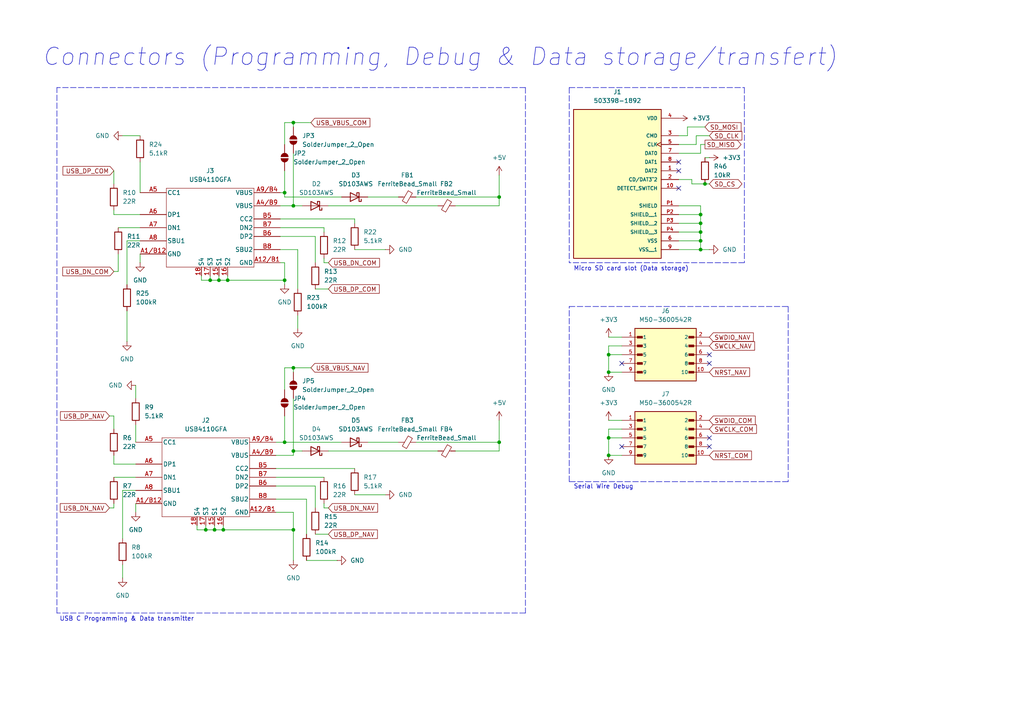
<source format=kicad_sch>
(kicad_sch (version 20231120) (generator "eeschema") (generator_version "8.0")
  (paper "A4")
  (title_block (title "Carte_Embarquée_CRAN_SEGULA") (date "28/03/2025") (rev "11/04/2025"))
  (lib_symbols
    (symbol "M50-3600542R:M50-3600542R" (pin_names (offset 1.016))
      (property "Reference" "J" (at -9.39 7.62 0))
      (property "Value" "M50-3600542R" (at -8.89 -10.16 0))
      (symbol "M50-3600542R_0_0"
        (rectangle (start -8.89 -7.62) (end 8.89 7.62) (stroke (width 0.254)) (fill (type background)))
        (rectangle (start -8.255 -5.3975) (end -6.6675 -4.7625) (stroke (width 0.1)) (fill (type outline)))
        (rectangle (start -8.255 -2.8575) (end -6.6675 -2.2225) (stroke (width 0.1)) (fill (type outline)))
        (rectangle (start -8.255 -0.3175) (end -6.6675 0.3175) (stroke (width 0.1)) (fill (type outline)))
        (rectangle (start -8.255 2.2225) (end -6.6675 2.8575) (stroke (width 0.1)) (fill (type outline)))
        (rectangle (start -8.255 4.7625) (end -6.6675 5.3975) (stroke (width 0.1)) (fill (type outline)))
        (rectangle (start 8.255 -5.3975) (end 6.6675 -4.7625) (stroke (width 0.1)) (fill (type outline)))
        (rectangle (start 8.255 -2.8575) (end 6.6675 -2.2225) (stroke (width 0.1)) (fill (type outline)))
        (rectangle (start 8.255 -0.3175) (end 6.6675 0.3175) (stroke (width 0.1)) (fill (type outline)))
        (rectangle (start 8.255 2.2225) (end 6.6675 2.8575) (stroke (width 0.1)) (fill (type outline)))
        (rectangle (start 8.255 4.7625) (end 6.6675 5.3975) (stroke (width 0.1)) (fill (type outline)))
        (pin passive line (at -12.7 5.08 0) (length 5.08) (name "1") (number "1"))
        (pin passive line (at 12.7 -5.08 180) (length 5.08) (name "10") (number "10"))
        (pin passive line (at 12.7 5.08 180) (length 5.08) (name "2") (number "2"))
        (pin passive line (at -12.7 2.54 0) (length 5.08) (name "3") (number "3"))
        (pin passive line (at 12.7 2.54 180) (length 5.08) (name "4") (number "4"))
        (pin passive line (at -12.7 0 0) (length 5.08) (name "5") (number "5"))
        (pin passive line (at 12.7 0 180) (length 5.08) (name "6") (number "6"))
        (pin passive line (at -12.7 -2.54 0) (length 5.08) (name "7") (number "7"))
        (pin passive line (at 12.7 -2.54 180) (length 5.08) (name "8") (number "8"))
        (pin passive line (at -12.7 -5.08 0) (length 5.08) (name "9") (number "9"))
      )
    )
    (symbol "Resistor:R" (pin_numbers hide) (pin_names (offset 0))
      (property "Reference" "R" (at 2.032 0 90))
      (property "Value" "R" (at 0 0 90))
      (symbol "R_0_1"
        (rectangle (start -1.016 -2.54) (end 1.016 2.54) (stroke (width 0.254)))
      )
      (symbol "R_1_1"
        (pin passive line (at 0 3.81 270) (length 1.27) (name "~") (number "1"))
        (pin passive line (at 0 -3.81 90) (length 1.27) (name "~") (number "2"))
      )
    )
    (symbol "SD_MOLEX_503398-1892:503398-1892" (pin_names (offset 1.016))
      (property "Reference" "J" (at -12.7217 15.266 0))
      (property "Value" "503398-1892" (at -12.704 -27.9456 0))
      (symbol "503398-1892_0_0"
        (rectangle (start -12.7 -27.94) (end 12.7 15.24) (stroke (width 0.254)) (fill (type background)))
        (pin passive line (at 17.78 -2.54 180) (length 5.08) (name "DAT2") (number "1"))
        (pin passive line (at 17.78 -7.62 180) (length 5.08) (name "DETECT_SWITCH") (number "10"))
        (pin passive line (at 17.78 -5.08 180) (length 5.08) (name "CD/DAT3^2") (number "2"))
        (pin passive line (at 17.78 7.62 180) (length 5.08) (name "CMD") (number "3"))
        (pin power_in line (at 17.78 12.7 180) (length 5.08) (name "VDD") (number "4"))
        (pin passive clock (at 17.78 5.08 180) (length 5.08) (name "CLK") (number "5"))
        (pin power_in line (at 17.78 -22.86 180) (length 5.08) (name "VSS") (number "6"))
        (pin passive line (at 17.78 2.54 180) (length 5.08) (name "DAT0") (number "7"))
        (pin passive line (at 17.78 0 180) (length 5.08) (name "DAT1") (number "8"))
        (pin power_in line (at 17.78 -25.4 180) (length 5.08) (name "VSS__1") (number "9"))
        (pin passive line (at 17.78 -12.7 180) (length 5.08) (name "SHIELD") (number "P1"))
        (pin passive line (at 17.78 -15.24 180) (length 5.08) (name "SHIELD__1") (number "P2"))
        (pin passive line (at 17.78 -17.78 180) (length 5.08) (name "SHIELD__2") (number "P3"))
        (pin passive line (at 17.78 -20.32 180) (length 5.08) (name "SHIELD__3") (number "P4"))
      )
    )
    (symbol "USB4110GFA:USB4110-GF-A" (pin_names (offset 0.254))
      (property "Reference" "J" (at 20.32 10.16 0))
      (property "Value" "USB4110-GF-A" (at 20.32 7.62 0))
      (symbol "USB4110-GF-A_0_0"
        (pin power_out line (at 22.86 -20.32 90) (length 2.54) (name "S1") (number "15"))
        (pin power_out line (at 25.4 -20.32 90) (length 2.54) (name "S2") (number "16"))
        (pin power_out line (at 20.32 -20.32 90) (length 2.54) (name "S3") (number "17"))
        (pin power_out line (at 17.78 -20.32 90) (length 2.54) (name "S4") (number "18"))
      )
      (symbol "USB4110-GF-A_0_1"
        (polyline (pts (xy 7.62 -17.78) (xy 33.02 -17.78)) (stroke (width 0.127)))
        (polyline (pts (xy 7.62 5.08) (xy 7.62 -17.78)) (stroke (width 0.127)))
        (polyline (pts (xy 33.02 -17.78) (xy 33.02 5.08)) (stroke (width 0.127)))
        (polyline (pts (xy 33.02 5.08) (xy 7.62 5.08)) (stroke (width 0.127)))
        (pin power_out line (at 0 -13.97 0) (length 7.62) (name "GND") (number "A1/B12"))
        (pin power_out line (at 40.64 -16.51 180) (length 7.62) (name "GND") (number "A12/B1"))
        (pin power_in line (at 40.64 0 180) (length 7.62) (name "VBUS") (number "A4/B9"))
        (pin bidirectional line (at 0 3.81 0) (length 7.62) (name "CC1") (number "A5"))
        (pin bidirectional line (at 0 -2.54 0) (length 7.62) (name "DP1") (number "A6"))
        (pin bidirectional line (at 0 -6.35 0) (length 7.62) (name "DN1") (number "A7"))
        (pin bidirectional line (at 0 -10.16 0) (length 7.62) (name "SBU1") (number "A8"))
        (pin power_in line (at 40.64 3.81 180) (length 7.62) (name "VBUS") (number "A9/B4"))
        (pin bidirectional line (at 40.64 -3.81 180) (length 7.62) (name "CC2") (number "B5"))
        (pin bidirectional line (at 40.64 -8.89 180) (length 7.62) (name "DP2") (number "B6"))
        (pin bidirectional line (at 40.64 -6.35 180) (length 7.62) (name "DN2") (number "B7"))
        (pin bidirectional line (at 40.64 -12.7 180) (length 7.62) (name "SBU2") (number "B8"))
      )
    )
    (symbol "ferritebead_small:FerriteBead_Small" (pin_numbers hide) (pin_names (offset 0))
      (property "Reference" "FB" (at 1.905 1.27 0))
      (property "Value" "FerriteBead_Small" (at 1.905 -1.27 0))
      (symbol "FerriteBead_Small_0_1"
        (polyline (pts (xy 0 -1.27) (xy 0 -0.7874)))
        (polyline (pts (xy 0 0.889) (xy 0 1.2954)))
        (polyline (pts (xy -1.8288 0.2794) (xy -1.1176 1.4986) (xy 1.8288 -0.2032) (xy 1.1176 -1.4224) (xy -1.8288 0.2794)))
      )
      (symbol "FerriteBead_Small_1_1"
        (pin passive line (at 0 2.54 270) (length 1.27) (name "~") (number "1"))
        (pin passive line (at 0 -2.54 90) (length 1.27) (name "~") (number "2"))
      )
    )
    (symbol "power:+3V3" (power) (pin_numbers hide) (pin_names (offset 0) hide)
      (property "Value" "+3V3" (at 0 3.556 0))
      (symbol "+3V3_0_1"
        (polyline (pts (xy -0.762 1.27) (xy 0 2.54)))
        (polyline (pts (xy 0 0) (xy 0 2.54)))
        (polyline (pts (xy 0 2.54) (xy 0.762 1.27)))
      )
      (symbol "+3V3_1_1"
        (pin power_in line (at 0 0 90) (length 0) (name "~") (number "1"))
      )
    )
    (symbol "power:+5V" (power) (pin_numbers hide) (pin_names (offset 0) hide)
      (property "Value" "+5V" (at 0 3.556 0))
      (symbol "+5V_0_1"
        (polyline (pts (xy -0.762 1.27) (xy 0 2.54)))
        (polyline (pts (xy 0 0) (xy 0 2.54)))
        (polyline (pts (xy 0 2.54) (xy 0.762 1.27)))
      )
      (symbol "+5V_1_1"
        (pin power_in line (at 0 0 90) (length 0) (name "~") (number "1"))
      )
    )
    (symbol "power:GND" (power) (pin_numbers hide) (pin_names (offset 0) hide)
      (property "Value" "GND" (at 0 -3.81 0))
      (symbol "GND_0_1"
        (polyline (pts (xy 0 0) (xy 0 -1.27) (xy 1.27 -1.27) (xy 0 -2.54) (xy -1.27 -1.27) (xy 0 -1.27)))
      )
      (symbol "GND_1_1"
        (pin power_in line (at 0 0 270) (length 0) (name "~") (number "1"))
      )
    )
    (symbol "schottky_SD103AWS:D_Schottky" (pin_numbers hide) (pin_names (offset 1.016) hide)
      (property "Reference" "D3" (at 0 -5.4864 0))
      (property "Value" "SD103AWS" (at 0 -3.175 0))
      (symbol "D_Schottky_0_1"
        (polyline (pts (xy 1.27 0) (xy -1.27 0)))
        (polyline (pts (xy 1.27 1.27) (xy 1.27 -1.27) (xy -1.27 0) (xy 1.27 1.27)) (stroke (width 0.254)))
        (polyline (pts (xy -1.905 0.635) (xy -1.905 1.27) (xy -1.27 1.27) (xy -1.27 -1.27) (xy -0.635 -1.27) (xy -0.635 -0.635)) (stroke (width 0.254)))
      )
      (symbol "D_Schottky_1_1"
        (pin passive line (at -3.81 0 0) (length 2.54) (name "K") (number "1"))
        (pin passive line (at 3.81 0 180) (length 2.54) (name "A") (number "2"))
      )
    )
    (symbol "solderjumper_2_open:SolderJumper_2_Open" (pin_numbers hide) (pin_names (offset 0) hide) (exclude_from_sim yes) (in_bom no)
      (property "Reference" "JP" (at 0 2.032 0))
      (property "Value" "SolderJumper_2_Open" (at 0 -2.54 0))
      (symbol "SolderJumper_2_Open_0_1"
        (arc (start -0.254 1.016) (mid -1.2656 0) (end -0.254 -1.016))
        (arc (start -0.254 1.016) (mid -1.2656 0) (end -0.254 -1.016) (fill (type outline)))
        (polyline (pts (xy -0.254 1.016) (xy -0.254 -1.016)))
        (polyline (pts (xy 0.254 1.016) (xy 0.254 -1.016)))
        (arc (start 0.254 -1.016) (mid 1.2656 0) (end 0.254 1.016))
        (arc (start 0.254 -1.016) (mid 1.2656 0) (end 0.254 1.016) (fill (type outline)))
      )
      (symbol "SolderJumper_2_Open_1_1"
        (pin passive line (at -3.81 0 0) (length 2.54) (name "A") (number "1"))
        (pin passive line (at 3.81 0 180) (length 2.54) (name "B") (number "2"))
      )
    )
  )
  (junction (at 59.69 153.67))
  (junction (at 85.09 106.68))
  (junction (at 203.2 64.77))
  (junction (at 144.78 128.27))
  (junction (at 85.09 130.81))
  (junction (at 60.96 81.28))
  (junction (at 85.09 153.67))
  (junction (at 82.55 55.88))
  (junction (at 204.47 53.34))
  (junction (at 176.53 102.87))
  (junction (at 176.53 132.08))
  (junction (at 203.2 69.85))
  (junction (at 66.04 81.28))
  (junction (at 82.55 81.28))
  (junction (at 176.53 107.95))
  (junction (at 85.09 59.69))
  (junction (at 64.77 153.67))
  (junction (at 203.2 62.23))
  (junction (at 63.5 81.28))
  (junction (at 85.09 35.56))
  (junction (at 144.78 57.15))
  (junction (at 82.55 128.27))
  (junction (at 203.2 67.31))
  (junction (at 203.2 72.39))
  (junction (at 62.23 153.67))
  (junction (at 176.53 127))
  (no_connect (at 180.34 129.54))
  (no_connect (at 205.74 102.87))
  (no_connect (at 196.85 49.53))
  (no_connect (at 205.74 127))
  (no_connect (at 180.34 105.41))
  (no_connect (at 196.85 54.61))
  (no_connect (at 196.85 46.99))
  (no_connect (at 205.74 105.41))
  (no_connect (at 205.74 129.54))
  (wire (pts (xy 33.02 49.53) (xy 33.02 53.34)))
  (wire (pts (xy 58.42 80.01) (xy 58.42 81.28)))
  (wire (pts (xy 95.25 130.81) (xy 127 130.81)))
  (wire (pts (xy 82.55 76.2) (xy 82.55 81.28)))
  (wire (pts (xy 80.01 138.43) (xy 93.98 138.43)))
  (wire (pts (xy 39.37 115.57) (xy 39.37 111.76)))
  (wire (pts (xy 34.29 66.04) (xy 40.64 66.04)))
  (wire (pts (xy 82.55 55.88) (xy 81.28 55.88)))
  (wire (pts (xy 200.66 53.34) (xy 200.66 52.07)))
  (wire (pts (xy 35.56 142.24) (xy 35.56 156.21)))
  (wire (pts (xy 63.5 81.28) (xy 66.04 81.28)))
  (wire (pts (xy 63.5 80.01) (xy 63.5 81.28)))
  (wire (pts (xy 106.68 57.15) (xy 115.57 57.15)))
  (wire (pts (xy 204.47 36.83) (xy 199.39 36.83)))
  (wire (pts (xy 85.09 153.67) (xy 85.09 162.56)))
  (polyline (pts (xy 165.1 139.7) (xy 165.1 88.9)) (stroke (width 0) (type dash)))
  (wire (pts (xy 80.01 140.97) (xy 91.44 140.97)))
  (wire (pts (xy 120.65 57.15) (xy 144.78 57.15)))
  (wire (pts (xy 93.98 76.2) (xy 93.98 74.93)))
  (wire (pts (xy 196.85 64.77) (xy 203.2 64.77)))
  (wire (pts (xy 36.83 82.55) (xy 36.83 69.85)))
  (wire (pts (xy 91.44 68.58) (xy 81.28 68.58)))
  (polyline (pts (xy 228.6 88.9) (xy 228.6 139.7)) (stroke (width 0) (type dash)))
  (wire (pts (xy 196.85 72.39) (xy 203.2 72.39)))
  (wire (pts (xy 63.5 81.28) (xy 60.96 81.28)))
  (wire (pts (xy 82.55 41.91) (xy 82.55 35.56)))
  (wire (pts (xy 180.34 127) (xy 176.53 127)))
  (wire (pts (xy 36.83 99.06) (xy 36.83 90.17)))
  (wire (pts (xy 176.53 127) (xy 176.53 132.08)))
  (wire (pts (xy 203.2 62.23) (xy 203.2 64.77)))
  (wire (pts (xy 39.37 146.05) (xy 39.37 148.59)))
  (wire (pts (xy 64.77 153.67) (xy 85.09 153.67)))
  (wire (pts (xy 82.55 120.65) (xy 82.55 128.27)))
  (wire (pts (xy 35.56 39.37) (xy 40.64 39.37)))
  (wire (pts (xy 57.15 153.67) (xy 59.69 153.67)))
  (wire (pts (xy 180.34 100.33) (xy 176.53 100.33)))
  (wire (pts (xy 80.01 132.08) (xy 85.09 132.08)))
  (wire (pts (xy 102.87 63.5) (xy 102.87 64.77)))
  (wire (pts (xy 82.55 113.03) (xy 82.55 106.68)))
  (wire (pts (xy 39.37 134.62) (xy 33.02 134.62)))
  (wire (pts (xy 62.23 153.67) (xy 64.77 153.67)))
  (wire (pts (xy 66.04 81.28) (xy 82.55 81.28)))
  (wire (pts (xy 144.78 59.69) (xy 144.78 57.15)))
  (wire (pts (xy 81.28 76.2) (xy 82.55 76.2)))
  (wire (pts (xy 203.2 67.31) (xy 203.2 69.85)))
  (wire (pts (xy 176.53 97.79) (xy 180.34 97.79)))
  (wire (pts (xy 176.53 124.46) (xy 176.53 127)))
  (wire (pts (xy 40.64 46.99) (xy 40.64 55.88)))
  (wire (pts (xy 91.44 154.94) (xy 95.25 154.94)))
  (wire (pts (xy 200.66 52.07) (xy 196.85 52.07)))
  (wire (pts (xy 82.55 81.28) (xy 82.55 82.55)))
  (wire (pts (xy 201.93 39.37) (xy 201.93 41.91)))
  (wire (pts (xy 132.08 59.69) (xy 144.78 59.69)))
  (polyline (pts (xy 165.1 88.9) (xy 228.6 88.9)) (stroke (width 0) (type dash)))
  (wire (pts (xy 40.64 73.66) (xy 40.64 76.2)))
  (wire (pts (xy 33.02 120.65) (xy 33.02 124.46)))
  (wire (pts (xy 200.66 53.34) (xy 204.47 53.34)))
  (wire (pts (xy 33.02 62.23) (xy 33.02 60.96)))
  (wire (pts (xy 82.55 55.88) (xy 82.55 57.15)))
  (wire (pts (xy 85.09 148.59) (xy 85.09 153.67)))
  (wire (pts (xy 66.04 80.01) (xy 66.04 81.28)))
  (polyline (pts (xy 215.9 25.4) (xy 215.9 76.2)) (stroke (width 0) (type dash)))
  (wire (pts (xy 59.69 153.67) (xy 62.23 153.67)))
  (wire (pts (xy 85.09 44.45) (xy 85.09 59.69)))
  (wire (pts (xy 81.28 72.39) (xy 86.36 72.39)))
  (wire (pts (xy 85.09 115.57) (xy 85.09 130.81)))
  (wire (pts (xy 34.29 78.74) (xy 34.29 73.66)))
  (wire (pts (xy 81.28 59.69) (xy 85.09 59.69)))
  (wire (pts (xy 82.55 128.27) (xy 99.06 128.27)))
  (wire (pts (xy 81.28 63.5) (xy 102.87 63.5)))
  (polyline (pts (xy 228.6 139.7) (xy 165.1 139.7)) (stroke (width 0) (type dash)))
  (wire (pts (xy 180.34 102.87) (xy 176.53 102.87)))
  (wire (pts (xy 80.01 128.27) (xy 82.55 128.27)))
  (wire (pts (xy 91.44 147.32) (xy 91.44 140.97)))
  (wire (pts (xy 85.09 106.68) (xy 85.09 107.95)))
  (wire (pts (xy 144.78 128.27) (xy 144.78 121.92)))
  (polyline (pts (xy 152.4 25.4) (xy 152.4 177.8)) (stroke (width 0) (type dash)))
  (wire (pts (xy 102.87 143.51) (xy 111.76 143.51)))
  (wire (pts (xy 85.09 35.56) (xy 90.17 35.56)))
  (wire (pts (xy 33.02 147.32) (xy 33.02 146.05)))
  (wire (pts (xy 204.47 41.91) (xy 203.2 41.91)))
  (wire (pts (xy 196.85 62.23) (xy 203.2 62.23)))
  (wire (pts (xy 57.15 153.67) (xy 57.15 152.4)))
  (wire (pts (xy 201.93 41.91) (xy 196.85 41.91)))
  (wire (pts (xy 176.53 102.87) (xy 176.53 107.95)))
  (polyline (pts (xy 152.4 25.4) (xy 16.51 25.4)) (stroke (width 0) (type dash)))
  (wire (pts (xy 34.29 78.74) (xy 33.02 78.74)))
  (polyline (pts (xy 215.9 76.2) (xy 165.1 76.2)) (stroke (width 0) (type dash)))
  (wire (pts (xy 199.39 36.83) (xy 199.39 39.37)))
  (wire (pts (xy 33.02 147.32) (xy 31.75 147.32)))
  (wire (pts (xy 80.01 144.78) (xy 88.9 144.78)))
  (wire (pts (xy 39.37 123.19) (xy 39.37 128.27)))
  (wire (pts (xy 82.55 35.56) (xy 85.09 35.56)))
  (wire (pts (xy 85.09 59.69) (xy 87.63 59.69)))
  (wire (pts (xy 93.98 147.32) (xy 93.98 146.05)))
  (wire (pts (xy 203.2 44.45) (xy 196.85 44.45)))
  (wire (pts (xy 205.74 72.39) (xy 203.2 72.39)))
  (wire (pts (xy 180.34 124.46) (xy 176.53 124.46)))
  (wire (pts (xy 176.53 132.08) (xy 180.34 132.08)))
  (wire (pts (xy 102.87 72.39) (xy 111.76 72.39)))
  (wire (pts (xy 93.98 76.2) (xy 95.25 76.2)))
  (wire (pts (xy 82.55 57.15) (xy 99.06 57.15)))
  (wire (pts (xy 204.47 45.72) (xy 205.74 45.72)))
  (wire (pts (xy 91.44 83.82) (xy 95.25 83.82)))
  (wire (pts (xy 33.02 138.43) (xy 39.37 138.43)))
  (wire (pts (xy 86.36 95.25) (xy 86.36 91.44)))
  (wire (pts (xy 120.65 128.27) (xy 144.78 128.27)))
  (wire (pts (xy 144.78 130.81) (xy 144.78 128.27)))
  (wire (pts (xy 85.09 106.68) (xy 90.17 106.68)))
  (wire (pts (xy 203.2 69.85) (xy 203.2 72.39)))
  (wire (pts (xy 205.74 39.37) (xy 201.93 39.37)))
  (wire (pts (xy 81.28 66.04) (xy 93.98 66.04)))
  (wire (pts (xy 62.23 153.67) (xy 62.23 152.4)))
  (wire (pts (xy 80.01 135.89) (xy 102.87 135.89)))
  (polyline (pts (xy 165.1 25.4) (xy 165.1 76.2)) (stroke (width 0) (type dash)))
  (wire (pts (xy 203.2 59.69) (xy 203.2 62.23)))
  (wire (pts (xy 106.68 128.27) (xy 115.57 128.27)))
  (wire (pts (xy 88.9 162.56) (xy 97.79 162.56)))
  (wire (pts (xy 132.08 130.81) (xy 144.78 130.81)))
  (wire (pts (xy 31.75 120.65) (xy 33.02 120.65)))
  (wire (pts (xy 64.77 153.67) (xy 64.77 152.4)))
  (wire (pts (xy 95.25 59.69) (xy 127 59.69)))
  (wire (pts (xy 176.53 121.92) (xy 180.34 121.92)))
  (wire (pts (xy 33.02 134.62) (xy 33.02 132.08)))
  (wire (pts (xy 85.09 132.08) (xy 85.09 130.81)))
  (wire (pts (xy 203.2 41.91) (xy 203.2 44.45)))
  (wire (pts (xy 35.56 167.64) (xy 35.56 163.83)))
  (polyline (pts (xy 152.4 177.8) (xy 16.51 177.8)) (stroke (width 0) (type dash)))
  (wire (pts (xy 93.98 66.04) (xy 93.98 67.31)))
  (wire (pts (xy 203.2 64.77) (xy 203.2 67.31)))
  (wire (pts (xy 205.74 53.34) (xy 204.47 53.34)))
  (wire (pts (xy 86.36 72.39) (xy 86.36 83.82)))
  (wire (pts (xy 93.98 147.32) (xy 95.25 147.32)))
  (wire (pts (xy 85.09 130.81) (xy 87.63 130.81)))
  (wire (pts (xy 82.55 49.53) (xy 82.55 55.88)))
  (polyline (pts (xy 16.51 177.8) (xy 16.51 25.4)) (stroke (width 0) (type dash)))
  (wire (pts (xy 60.96 81.28) (xy 60.96 80.01)))
  (wire (pts (xy 35.56 142.24) (xy 39.37 142.24)))
  (wire (pts (xy 176.53 107.95) (xy 180.34 107.95)))
  (wire (pts (xy 59.69 153.67) (xy 59.69 152.4)))
  (wire (pts (xy 144.78 57.15) (xy 144.78 50.8)))
  (wire (pts (xy 88.9 144.78) (xy 88.9 154.94)))
  (wire (pts (xy 82.55 106.68) (xy 85.09 106.68)))
  (wire (pts (xy 40.64 62.23) (xy 33.02 62.23)))
  (polyline (pts (xy 165.1 25.4) (xy 215.9 25.4)) (stroke (width 0) (type dash)))
  (wire (pts (xy 176.53 100.33) (xy 176.53 102.87)))
  (wire (pts (xy 58.42 81.28) (xy 60.96 81.28)))
  (wire (pts (xy 91.44 76.2) (xy 91.44 68.58)))
  (wire (pts (xy 199.39 39.37) (xy 196.85 39.37)))
  (wire (pts (xy 36.83 69.85) (xy 40.64 69.85)))
  (wire (pts (xy 196.85 67.31) (xy 203.2 67.31)))
  (wire (pts (xy 196.85 69.85) (xy 203.2 69.85)))
  (wire (pts (xy 196.85 59.69) (xy 203.2 59.69)))
  (wire (pts (xy 85.09 35.56) (xy 85.09 36.83)))
  (wire (pts (xy 80.01 148.59) (xy 85.09 148.59)))
  (text "Connectors (Programming, Debug & Data storage/transfert)" (at 12.192 19.558 0) (effects (font (size 5.0038 5.0038) (italic yes)) (justify left bottom)))
  (text "Micro SD card slot (Data storage)" (at 166.37 78.74 0) (effects (font (size 1.27 1.27)) (justify left bottom)))
  (text "USB C Programming & Data transmitter" (at 17.272 180.34 0) (effects (font (size 1.27 1.27)) (justify left bottom)))
  (text "Serial Wire Debug" (at 166.37 141.986 0) (effects (font (size 1.27 1.27)) (justify left bottom)))
  (global_label "SD_MISO" (shape output) (at 204.47 41.91 0) (property "Intersheetrefs" "${INTERSHEET_REFS}" (effects (hide yes))))
  (global_label "SD_CS" (shape bidirectional) (at 205.74 53.34 0) (property "Intersheetrefs" "${INTERSHEET_REFS}" (effects (hide yes))))
  (global_label "USB_DP_NAV" (shape input) (at 95.25 154.94 0) (property "Intersheetrefs" "${INTERSHEET_REFS}" (effects (hide yes))))
  (global_label "NRST_COM" (shape input) (at 205.74 132.08 0) (property "Intersheetrefs" "${INTERSHEET_REFS}" (effects (hide yes))))
  (global_label "SD_MOSI" (shape input) (at 204.47 36.83 0) (property "Intersheetrefs" "${INTERSHEET_REFS}" (effects (hide yes))))
  (global_label "USB_DP_COM" (shape input) (at 95.25 83.82 0) (property "Intersheetrefs" "${INTERSHEET_REFS}" (effects (hide yes))))
  (global_label "USB_DP_COM" (shape input) (at 33.02 49.53 180) (property "Intersheetrefs" "${INTERSHEET_REFS}" (effects (hide yes))))
  (global_label "NRST_NAV" (shape input) (at 205.74 107.95 0) (property "Intersheetrefs" "${INTERSHEET_REFS}" (effects (hide yes))))
  (global_label "SD_CLK" (shape input) (at 205.74 39.37 0) (property "Intersheetrefs" "${INTERSHEET_REFS}" (effects (hide yes))))
  (global_label "SWCLK_COM" (shape input) (at 205.74 124.46 0) (property "Intersheetrefs" "${INTERSHEET_REFS}" (effects (hide yes))))
  (global_label "USB_VBUS_COM" (shape input) (at 90.17 35.56 0) (property "Intersheetrefs" "${INTERSHEET_REFS}" (effects (hide yes))))
  (global_label "USB_DN_NAV" (shape input) (at 31.75 147.32 180) (property "Intersheetrefs" "${INTERSHEET_REFS}" (effects (hide yes))))
  (global_label "USB_VBUS_NAV" (shape input) (at 90.17 106.68 0) (property "Intersheetrefs" "${INTERSHEET_REFS}" (effects (hide yes))))
  (global_label "USB_DP_NAV" (shape input) (at 31.75 120.65 180) (property "Intersheetrefs" "${INTERSHEET_REFS}" (effects (hide yes))))
  (global_label "SWDIO_COM" (shape input) (at 205.74 121.92 0) (property "Intersheetrefs" "${INTERSHEET_REFS}" (effects (hide yes))))
  (global_label "SWDIO_NAV" (shape input) (at 205.74 97.79 0) (property "Intersheetrefs" "${INTERSHEET_REFS}" (effects (hide yes))))
  (global_label "USB_DN_COM" (shape input) (at 95.25 76.2 0) (property "Intersheetrefs" "${INTERSHEET_REFS}" (effects (hide yes))))
  (global_label "USB_DN_COM" (shape input) (at 33.02 78.74 180) (property "Intersheetrefs" "${INTERSHEET_REFS}" (effects (hide yes))))
  (global_label "USB_DN_NAV" (shape input) (at 95.25 147.32 0) (property "Intersheetrefs" "${INTERSHEET_REFS}" (effects (hide yes))))
  (global_label "SWCLK_NAV" (shape input) (at 205.74 100.33 0) (property "Intersheetrefs" "${INTERSHEET_REFS}" (effects (hide yes))))
  (symbol (lib_id "power:GND") (at 40.64 76.2 0) (unit 1)
    (property "Reference" "#PWR101" (effects (hide yes)))
    (property "Value" "GND" (at 40.64 81.28 0))
    (property "Description" "Power symbol creates a global label with name \"GND\" , ground" (effects (hide yes)))
  )
  (symbol (lib_id "power:GND") (at 39.37 148.59 0) (unit 1)
    (property "Reference" "#PWR102" (effects (hide yes)))
    (property "Value" "GND" (at 39.37 153.67 0))
    (property "Description" "Power symbol creates a global label with name \"GND\" , ground" (effects (hide yes)))
  )
  (symbol (lib_id "Resistor:R") (at 86.36 87.63 0) (unit 1)
    (property "Reference" "R23" (at 88.9 86.3599 0) (effects (justify left)))
    (property "Value" "100kR" (at 88.9 88.8999 0) (effects (justify left)))
    (property "Footprint" "Resistor_100kR_ERJ-2RKF1003X:RES_ERJ2RKF1003X" (effects (hide yes)))
    (property "Datasheet" "ERJ-2RKF1003X" (effects (hide yes)))
    (property "Description" "Resistor ERJ-2RKF1003X" (effects (hide yes)))
  )
  (symbol (lib_id "Resistor:R") (at 102.87 139.7 180) (unit 1)
    (property "Reference" "R17" (at 105.41 138.4299 0) (effects (justify right)))
    (property "Value" "5.1kR" (at 105.41 140.9699 0) (effects (justify right)))
    (property "Footprint" "Resistor_5_1kR_ERJ-2RKF5101X:RES_ERJ2RKF5101X" (effects (hide yes)))
    (property "Datasheet" "ERJ-2RKF5101X" (effects (hide yes)))
    (property "Description" "Resistor ERJ-2RKF5101X" (effects (hide yes)))
  )
  (symbol (lib_id "power:+3V3") (at 196.85 34.29 270) (unit 1)
    (property "Reference" "#PWR61" (effects (hide yes)))
    (property "Value" "+3V3" (at 200.66 34.2899 90) (effects (justify left)))
    (property "Description" "Power symbol creates a global label with name \"+3V3\"" (effects (hide yes)))
  )
  (symbol (lib_id "power:GND") (at 97.79 162.56 90) (unit 1)
    (property "Reference" "#PWR72" (effects (hide yes)))
    (property "Value" "GND" (at 101.6 162.5599 90) (effects (justify right)))
    (property "Description" "Power symbol creates a global label with name \"GND\" , ground" (effects (hide yes)))
  )
  (symbol (lib_id "power:GND") (at 176.53 107.95 0) (unit 1)
    (property "Reference" "#PWR121" (effects (hide yes)))
    (property "Value" "GND" (at 176.53 113.03 0))
    (property "Description" "Power symbol creates a global label with name \"GND\" , ground" (effects (hide yes)))
  )
  (symbol (lib_id "power:+5V") (at 144.78 121.92 0) (unit 1)
    (property "Reference" "#PWR74" (effects (hide yes)))
    (property "Value" "+5V" (at 144.78 116.84 0))
    (property "Description" "Power symbol creates a global label with name \"+5V\"" (effects (hide yes)))
  )
  (symbol (lib_id "solderjumper_2_open:SolderJumper_2_Open") (at 82.55 45.72 90) (unit 1) (exclude_from_sim yes) (in_bom no)
    (property "Reference" "JP2" (at 85.09 44.4499 90) (effects (justify right)))
    (property "Value" "SolderJumper_2_Open" (at 85.09 46.9899 90) (effects (justify right)))
    (property "Footprint" "SolderJumper_2_Open:SolderJumper-2_P1.3mm_Open_RoundedPad1.0x1.5mm" (effects (hide yes)))
    (property "Description" "Solder Jumper, 2-pole, open" (effects (hide yes)))
  )
  (symbol (lib_id "Resistor:R") (at 88.9 158.75 0) (unit 1)
    (property "Reference" "R14" (at 91.44 157.4799 0) (effects (justify left)))
    (property "Value" "100kR" (at 91.44 160.0199 0) (effects (justify left)))
    (property "Footprint" "Resistor_100kR_ERJ-2RKF1003X:RES_ERJ2RKF1003X" (effects (hide yes)))
    (property "Datasheet" "ERJ-2RKF1003X" (effects (hide yes)))
    (property "Description" "Resistor ERJ-2RKF1003X" (effects (hide yes)))
  )
  (symbol (lib_id "Resistor:R") (at 93.98 142.24 180) (unit 1)
    (property "Reference" "R16" (at 96.52 140.9699 0) (effects (justify right)))
    (property "Value" "22R" (at 96.52 143.5099 0) (effects (justify right)))
    (property "Footprint" "Resistor_22R_ERA-2AKD220X:RES_ERA2AKD220X" (effects (hide yes)))
    (property "Datasheet" "ERA-2AKD220X" (effects (hide yes)))
    (property "Description" "Resistor ERA-2AKD220X" (effects (hide yes)))
  )
  (symbol (lib_id "power:+3V3") (at 176.53 97.79 0) (unit 1)
    (property "Reference" "#PWR120" (effects (hide yes)))
    (property "Value" "+3V3" (at 176.53 92.71 0))
    (property "Description" "Power symbol creates a global label with name \"+3V3\"" (effects (hide yes)))
  )
  (symbol (lib_id "power:GND") (at 82.55 82.55 0) (unit 1)
    (property "Reference" "#PWR65" (effects (hide yes)))
    (property "Value" "GND" (at 82.55 87.63 0))
    (property "Description" "Power symbol creates a global label with name \"GND\" , ground" (effects (hide yes)))
  )
  (symbol (lib_id "power:GND") (at 205.74 72.39 90) (unit 1)
    (property "Reference" "#PWR62" (effects (hide yes)))
    (property "Value" "GND" (at 209.55 72.3899 90) (effects (justify right)))
    (property "Description" "Power symbol creates a global label with name \"GND\" , ground" (effects (hide yes)))
  )
  (symbol (lib_id "power:+5V") (at 144.78 50.8 0) (unit 1)
    (property "Reference" "#PWR67" (effects (hide yes)))
    (property "Value" "+5V" (at 144.78 45.72 0))
    (property "Description" "Power symbol creates a global label with name \"+5V\"" (effects (hide yes)))
  )
  (symbol (lib_id "power:GND") (at 85.09 162.56 0) (unit 1)
    (property "Reference" "#PWR66" (effects (hide yes)))
    (property "Value" "GND" (at 85.09 167.64 0))
    (property "Description" "Power symbol creates a global label with name \"GND\" , ground" (effects (hide yes)))
  )
  (symbol (lib_id "Resistor:R") (at 93.98 71.12 180) (unit 1)
    (property "Reference" "R12" (at 96.52 69.8499 0) (effects (justify right)))
    (property "Value" "22R" (at 96.52 72.3899 0) (effects (justify right)))
    (property "Footprint" "Resistor_22R_ERA-2AKD220X:RES_ERA2AKD220X" (effects (hide yes)))
    (property "Datasheet" "ERA-2AKD220X" (effects (hide yes)))
    (property "Description" "Resistor ERA-2AKD220X" (effects (hide yes)))
  )
  (symbol (lib_id "Resistor:R") (at 34.29 69.85 180) (unit 1)
    (property "Reference" "R11" (at 36.83 68.5799 0) (effects (justify right)))
    (property "Value" "22R" (at 36.83 71.1199 0) (effects (justify right)))
    (property "Footprint" "Resistor_22R_ERA-2AKD220X:RES_ERA2AKD220X" (effects (hide yes)))
    (property "Datasheet" "ERA-2AKD220X" (effects (hide yes)))
    (property "Description" "Resistor ERA-2AKD220X" (effects (hide yes)))
  )
  (symbol (lib_id "ferritebead_small:FerriteBead_Small") (at 129.54 59.69 90) (unit 1)
    (property "Reference" "FB2" (at 129.5019 53.34 90))
    (property "Value" "FerriteBead_Small" (at 129.5019 55.88 90))
    (property "Footprint" "FERRITE_BEAD_120_OHM_0402_4LN_MPZ1005S121HT000:L_0402_1005Metric" (effects (hide yes)))
    (property "Description" "Ferrite bead, small symbol" (effects (hide yes)))
  )
  (symbol (lib_id "power:GND") (at 35.56 167.64 0) (unit 1)
    (property "Reference" "#PWR63" (effects (hide yes)))
    (property "Value" "GND" (at 35.56 172.72 0))
    (property "Description" "Power symbol creates a global label with name \"GND\" , ground" (effects (hide yes)))
  )
  (symbol (lib_id "solderjumper_2_open:SolderJumper_2_Open") (at 82.55 116.84 90) (unit 1) (exclude_from_sim yes) (in_bom no)
    (property "Reference" "JP4" (at 85.09 115.5699 90) (effects (justify right)))
    (property "Value" "SolderJumper_2_Open" (at 85.09 118.1099 90) (effects (justify right)))
    (property "Footprint" "SolderJumper_2_Open:SolderJumper-2_P1.3mm_Open_RoundedPad1.0x1.5mm" (effects (hide yes)))
    (property "Description" "Solder Jumper, 2-pole, open" (effects (hide yes)))
  )
  (symbol (lib_id "Resistor:R") (at 40.64 43.18 0) (unit 1)
    (property "Reference" "R24" (at 43.18 41.9099 0) (effects (justify left)))
    (property "Value" "5.1kR" (at 43.18 44.4499 0) (effects (justify left)))
    (property "Footprint" "Resistor_5_1kR_ERJ-2RKF5101X:RES_ERJ2RKF5101X" (effects (hide yes)))
    (property "Datasheet" "ERJ-2RKF5101X" (effects (hide yes)))
    (property "Description" "Resistor ERJ-2RKF5101X" (effects (hide yes)))
  )
  (symbol (lib_id "solderjumper_2_open:SolderJumper_2_Open") (at 85.09 40.64 90) (unit 1) (exclude_from_sim yes) (in_bom no)
    (property "Reference" "JP3" (at 87.63 39.3699 90) (effects (justify right)))
    (property "Value" "SolderJumper_2_Open" (at 87.63 41.9099 90) (effects (justify right)))
    (property "Footprint" "SolderJumper_2_Open:SolderJumper-2_P1.3mm_Open_RoundedPad1.0x1.5mm" (effects (hide yes)))
    (property "Description" "Solder Jumper, 2-pole, open" (effects (hide yes)))
  )
  (symbol (lib_id "power:GND") (at 35.56 39.37 270) (unit 1)
    (property "Reference" "#PWR70" (effects (hide yes)))
    (property "Value" "GND" (at 31.75 39.3699 90) (effects (justify right)))
    (property "Description" "Power symbol creates a global label with name \"GND\" , ground" (effects (hide yes)))
  )
  (symbol (lib_id "Resistor:R") (at 33.02 57.15 0) (unit 1)
    (property "Reference" "R10" (at 35.56 55.8799 0) (effects (justify left)))
    (property "Value" "22R" (at 35.56 58.4199 0) (effects (justify left)))
    (property "Footprint" "Resistor_22R_ERA-2AKD220X:RES_ERA2AKD220X" (effects (hide yes)))
    (property "Datasheet" "ERA-2AKD220X" (effects (hide yes)))
    (property "Description" "Resistor ERA-2AKD220X" (effects (hide yes)))
  )
  (symbol (lib_id "ferritebead_small:FerriteBead_Small") (at 129.54 130.81 90) (unit 1)
    (property "Reference" "FB4" (at 129.5019 124.46 90))
    (property "Value" "FerriteBead_Small" (at 129.5019 127 90))
    (property "Footprint" "FERRITE_BEAD_120_OHM_0402_4LN_MPZ1005S121HT000:L_0402_1005Metric" (effects (hide yes)))
    (property "Description" "Ferrite bead, small symbol" (effects (hide yes)))
  )
  (symbol (lib_id "power:GND") (at 111.76 143.51 90) (unit 1)
    (property "Reference" "#PWR73" (effects (hide yes)))
    (property "Value" "GND" (at 115.57 143.5099 90) (effects (justify right)))
    (property "Description" "Power symbol creates a global label with name \"GND\" , ground" (effects (hide yes)))
  )
  (symbol (lib_id "M50-3600542R:M50-3600542R") (at 193.04 127 0) (unit 1)
    (property "Reference" "J7" (at 193.04 114.3 0))
    (property "Value" "M50-3600542R" (at 193.04 116.84 0))
    (property "Footprint" "M50-3600542R:HARWIN_M50-3600542R" (effects (hide yes)))
    (property "MANUFACTURER" "HARWIN" (effects (hide yes)))
    (property "STANDARD" "Manufacturer Recommendations" (effects (hide yes)))
  )
  (symbol (lib_id "schottky_SD103AWS:D_Schottky") (at 102.87 57.15 180) (unit 1)
    (property "Reference" "D3" (at 103.1875 50.8 0))
    (property "Value" "SD103AWS" (at 103.1875 53.34 0))
    (property "Footprint" "D_Schottky_SD103AWS:D_SOD-323" (effects (hide yes)))
  )
  (symbol (lib_id "schottky_SD103AWS:D_Schottky") (at 91.44 59.69 180) (unit 1)
    (property "Reference" "D2" (at 91.7575 53.34 0))
    (property "Value" "SD103AWS" (at 91.7575 55.88 0))
    (property "Footprint" "D_Schottky_SD103AWS:D_SOD-323" (effects (hide yes)))
  )
  (symbol (lib_id "Resistor:R") (at 39.37 119.38 0) (unit 1)
    (property "Reference" "R9" (at 41.91 118.1099 0) (effects (justify left)))
    (property "Value" "5.1kR" (at 41.91 120.6499 0) (effects (justify left)))
    (property "Footprint" "Resistor_5_1kR_ERJ-2RKF5101X:RES_ERJ2RKF5101X" (effects (hide yes)))
    (property "Datasheet" "ERJ-2RKF5101X" (effects (hide yes)))
    (property "Description" "Resistor ERJ-2RKF5101X" (effects (hide yes)))
  )
  (symbol (lib_id "Resistor:R") (at 35.56 160.02 180) (unit 1)
    (property "Reference" "R8" (at 38.1 158.7499 0) (effects (justify right)))
    (property "Value" "100kR" (at 38.1 161.2899 0) (effects (justify right)))
    (property "Footprint" "Resistor_100kR_ERJ-2RKF1003X:RES_ERJ2RKF1003X" (effects (hide yes)))
    (property "Datasheet" "ERJ-2RKF1003X" (effects (hide yes)))
    (property "Description" "Resistor ERJ-2RKF1003X" (effects (hide yes)))
  )
  (symbol (lib_id "schottky_SD103AWS:D_Schottky") (at 91.44 130.81 180) (unit 1)
    (property "Reference" "D4" (at 91.7575 124.46 0))
    (property "Value" "SD103AWS" (at 91.7575 127 0))
    (property "Footprint" "D_Schottky_SD103AWS:D_SOD-323" (effects (hide yes)))
  )
  (symbol (lib_id "Resistor:R") (at 102.87 68.58 180) (unit 1)
    (property "Reference" "R22" (at 105.41 67.3099 0) (effects (justify right)))
    (property "Value" "5.1kR" (at 105.41 69.8499 0) (effects (justify right)))
    (property "Footprint" "Resistor_5_1kR_ERJ-2RKF5101X:RES_ERJ2RKF5101X" (effects (hide yes)))
    (property "Datasheet" "ERJ-2RKF5101X" (effects (hide yes)))
    (property "Description" "Resistor ERJ-2RKF5101X" (effects (hide yes)))
  )
  (symbol (lib_id "power:GND") (at 176.53 132.08 0) (unit 1)
    (property "Reference" "#PWR123" (effects (hide yes)))
    (property "Value" "GND" (at 176.53 137.16 0))
    (property "Description" "Power symbol creates a global label with name \"GND\" , ground" (effects (hide yes)))
  )
  (symbol (lib_id "solderjumper_2_open:SolderJumper_2_Open") (at 85.09 111.76 90) (unit 1) (exclude_from_sim yes) (in_bom no)
    (property "Reference" "JP5" (at 87.63 110.4899 90) (effects (justify right)))
    (property "Value" "SolderJumper_2_Open" (at 87.63 113.0299 90) (effects (justify right)))
    (property "Footprint" "SolderJumper_2_Open:SolderJumper-2_P1.3mm_Open_RoundedPad1.0x1.5mm" (effects (hide yes)))
    (property "Description" "Solder Jumper, 2-pole, open" (effects (hide yes)))
  )
  (symbol (lib_id "ferritebead_small:FerriteBead_Small") (at 118.11 57.15 270) (unit 1)
    (property "Reference" "FB1" (at 118.1481 50.8 90))
    (property "Value" "FerriteBead_Small" (at 118.1481 53.34 90))
    (property "Footprint" "FERRITE_BEAD_120_OHM_0402_4LN_MPZ1005S121HT000:L_0402_1005Metric" (effects (hide yes)))
    (property "Description" "Ferrite bead, small symbol" (effects (hide yes)))
  )
  (symbol (lib_id "Resistor:R") (at 91.44 80.01 0) (unit 1)
    (property "Reference" "R13" (at 93.98 78.7399 0) (effects (justify left)))
    (property "Value" "22R" (at 93.98 81.2799 0) (effects (justify left)))
    (property "Footprint" "Resistor_22R_ERA-2AKD220X:RES_ERA2AKD220X" (effects (hide yes)))
    (property "Datasheet" "ERA-2AKD220X" (effects (hide yes)))
    (property "Description" "Resistor ERA-2AKD220X" (effects (hide yes)))
  )
  (symbol (lib_id "SD_MOLEX_503398-1892:503398-1892") (at 179.07 46.99 0) (unit 1)
    (property "Reference" "J1" (at 179.07 26.67 0))
    (property "Value" "503398-1892" (at 179.07 29.21 0))
    (property "Footprint" "SD_MOLEX_5033981892:MOLEX_503398-1892" (effects (hide yes)))
    (property "PARTREV" "0" (effects (hide yes)))
    (property "MANUFACTURER" "molex" (effects (hide yes)))
    (property "STANDARD" "MANUFACTURER RECOMMENDATIONS" (effects (hide yes)))
  )
  (symbol (lib_id "power:GND") (at 36.83 99.06 0) (unit 1)
    (property "Reference" "#PWR71" (effects (hide yes)))
    (property "Value" "GND" (at 36.83 104.14 0))
    (property "Description" "Power symbol creates a global label with name \"GND\" , ground" (effects (hide yes)))
  )
  (symbol (lib_id "power:GND") (at 39.37 111.76 270) (unit 1)
    (property "Reference" "#PWR64" (effects (hide yes)))
    (property "Value" "GND" (at 35.56 111.7599 90) (effects (justify right)))
    (property "Description" "Power symbol creates a global label with name \"GND\" , ground" (effects (hide yes)))
  )
  (symbol (lib_id "USB4110GFA:USB4110-GF-A") (at 39.37 132.08 0) (unit 1)
    (property "Reference" "J2" (at 59.69 121.92 0))
    (property "Value" "USB4110GFA" (at 59.69 124.46 0))
    (property "Footprint" "USB4110-GF-A_GCT" (effects (hide yes)))
    (property "Datasheet" "USB4110-GF-A" (effects (hide yes)))
    (property "MF" "GCT" (effects (hide yes)))
    (property "Description_1" "USB-C (USB TYPE-C) USB 2.0 Receptacle Connector 24 (16+8 Dummy) Position Surface Mount, Right Angle; Through Hole" (effects (hide yes)))
    (property "Package" "None" (effects (hide yes)))
    (property "Price" "None" (effects (hide yes)))
    (property "MP" "USB4110GFA" (effects (hide yes)))
    (property "Availability" "In Stock" (effects (hide yes)))
  )
  (symbol (lib_id "Resistor:R") (at 33.02 142.24 180) (unit 1)
    (property "Reference" "R7" (at 35.56 140.9699 0) (effects (justify right)))
    (property "Value" "22R" (at 35.56 143.5099 0) (effects (justify right)))
    (property "Footprint" "Resistor_22R_ERA-2AKD220X:RES_ERA2AKD220X" (effects (hide yes)))
    (property "Datasheet" "ERA-2AKD220X" (effects (hide yes)))
    (property "Description" "Resistor ERA-2AKD220X" (effects (hide yes)))
  )
  (symbol (lib_id "M50-3600542R:M50-3600542R") (at 193.04 102.87 0) (unit 1)
    (property "Reference" "J6" (at 193.04 90.17 0))
    (property "Value" "M50-3600542R" (at 193.04 92.71 0))
    (property "Footprint" "M50-3600542R:HARWIN_M50-3600542R" (effects (hide yes)))
    (property "MANUFACTURER" "HARWIN" (effects (hide yes)))
    (property "STANDARD" "Manufacturer Recommendations" (effects (hide yes)))
  )
  (symbol (lib_id "Resistor:R") (at 33.02 128.27 0) (unit 1)
    (property "Reference" "R6" (at 35.56 126.9999 0) (effects (justify left)))
    (property "Value" "22R" (at 35.56 129.5399 0) (effects (justify left)))
    (property "Footprint" "Resistor_22R_ERA-2AKD220X:RES_ERA2AKD220X" (effects (hide yes)))
    (property "Datasheet" "ERA-2AKD220X" (effects (hide yes)))
    (property "Description" "Resistor ERA-2AKD220X" (effects (hide yes)))
  )
  (symbol (lib_id "Resistor:R") (at 204.47 49.53 0) (unit 1)
    (property "Reference" "R46" (at 207.01 48.2599 0) (effects (justify left)))
    (property "Value" "10kR" (at 207.01 50.7999 0) (effects (justify left)))
    (property "Footprint" "Resistor_10kR_CRGP0402F10K:RESC1105X40N" (effects (hide yes)))
    (property "Datasheet" "CRGP0402F10K" (effects (hide yes)))
    (property "Description" "Resistor CRGP0402F10K" (effects (hide yes)))
  )
  (symbol (lib_id "power:+3V3") (at 176.53 121.92 0) (unit 1)
    (property "Reference" "#PWR122" (effects (hide yes)))
    (property "Value" "+3V3" (at 176.53 116.84 0))
    (property "Description" "Power symbol creates a global label with name \"+3V3\"" (effects (hide yes)))
  )
  (symbol (lib_id "power:GND") (at 86.36 95.25 0) (unit 1)
    (property "Reference" "#PWR69" (effects (hide yes)))
    (property "Value" "GND" (at 86.36 100.33 0))
    (property "Description" "Power symbol creates a global label with name \"GND\" , ground" (effects (hide yes)))
  )
  (symbol (lib_id "Resistor:R") (at 36.83 86.36 180) (unit 1)
    (property "Reference" "R25" (at 39.37 85.0899 0) (effects (justify right)))
    (property "Value" "100kR" (at 39.37 87.6299 0) (effects (justify right)))
    (property "Footprint" "Resistor_100kR_ERJ-2RKF1003X:RES_ERJ2RKF1003X" (effects (hide yes)))
    (property "Datasheet" "ERJ-2RKF1003X" (effects (hide yes)))
    (property "Description" "Resistor ERJ-2RKF1003X" (effects (hide yes)))
  )
  (symbol (lib_id "USB4110GFA:USB4110-GF-A") (at 40.64 59.69 0) (unit 1)
    (property "Reference" "J3" (at 60.96 49.53 0))
    (property "Value" "USB4110GFA" (at 60.96 52.07 0))
    (property "Footprint" "USB4110-GF-A_GCT" (effects (hide yes)))
    (property "Datasheet" "USB4110-GF-A" (effects (hide yes)))
    (property "MF" "GCT" (effects (hide yes)))
    (property "Description_1" "USB-C (USB TYPE-C) USB 2.0 Receptacle Connector 24 (16+8 Dummy) Position Surface Mount, Right Angle; Through Hole" (effects (hide yes)))
    (property "Package" "None" (effects (hide yes)))
    (property "Price" "None" (effects (hide yes)))
    (property "MP" "USB4110GFA" (effects (hide yes)))
    (property "Availability" "In Stock" (effects (hide yes)))
  )
  (symbol (lib_id "Resistor:R") (at 91.44 151.13 0) (unit 1)
    (property "Reference" "R15" (at 93.98 149.8599 0) (effects (justify left)))
    (property "Value" "22R" (at 93.98 152.3999 0) (effects (justify left)))
    (property "Footprint" "Resistor_22R_ERA-2AKD220X:RES_ERA2AKD220X" (effects (hide yes)))
    (property "Datasheet" "ERA-2AKD220X" (effects (hide yes)))
    (property "Description" "Resistor ERA-2AKD220X" (effects (hide yes)))
  )
  (symbol (lib_id "schottky_SD103AWS:D_Schottky") (at 102.87 128.27 180) (unit 1)
    (property "Reference" "D5" (at 103.1875 121.92 0))
    (property "Value" "SD103AWS" (at 103.1875 124.46 0))
    (property "Footprint" "D_Schottky_SD103AWS:D_SOD-323" (effects (hide yes)))
  )
  (symbol (lib_id "power:GND") (at 111.76 72.39 90) (unit 1)
    (property "Reference" "#PWR68" (effects (hide yes)))
    (property "Value" "GND" (at 115.57 72.3899 90) (effects (justify right)))
    (property "Description" "Power symbol creates a global label with name \"GND\" , ground" (effects (hide yes)))
  )
  (symbol (lib_id "ferritebead_small:FerriteBead_Small") (at 118.11 128.27 270) (unit 1)
    (property "Reference" "FB3" (at 118.1481 121.92 90))
    (property "Value" "FerriteBead_Small" (at 118.1481 124.46 90))
    (property "Footprint" "FERRITE_BEAD_120_OHM_0402_4LN_MPZ1005S121HT000:L_0402_1005Metric" (effects (hide yes)))
    (property "Description" "Ferrite bead, small symbol" (effects (hide yes)))
  )
  (symbol (lib_id "power:+3V3") (at 205.74 45.72 270) (unit 1)
    (property "Reference" "#PWR129" (effects (hide yes)))
    (property "Value" "+3V3" (at 209.55 45.7199 90) (effects (justify left)))
    (property "Description" "Power symbol creates a global label with name \"+3V3\"" (effects (hide yes)))
  )
)
</source>
